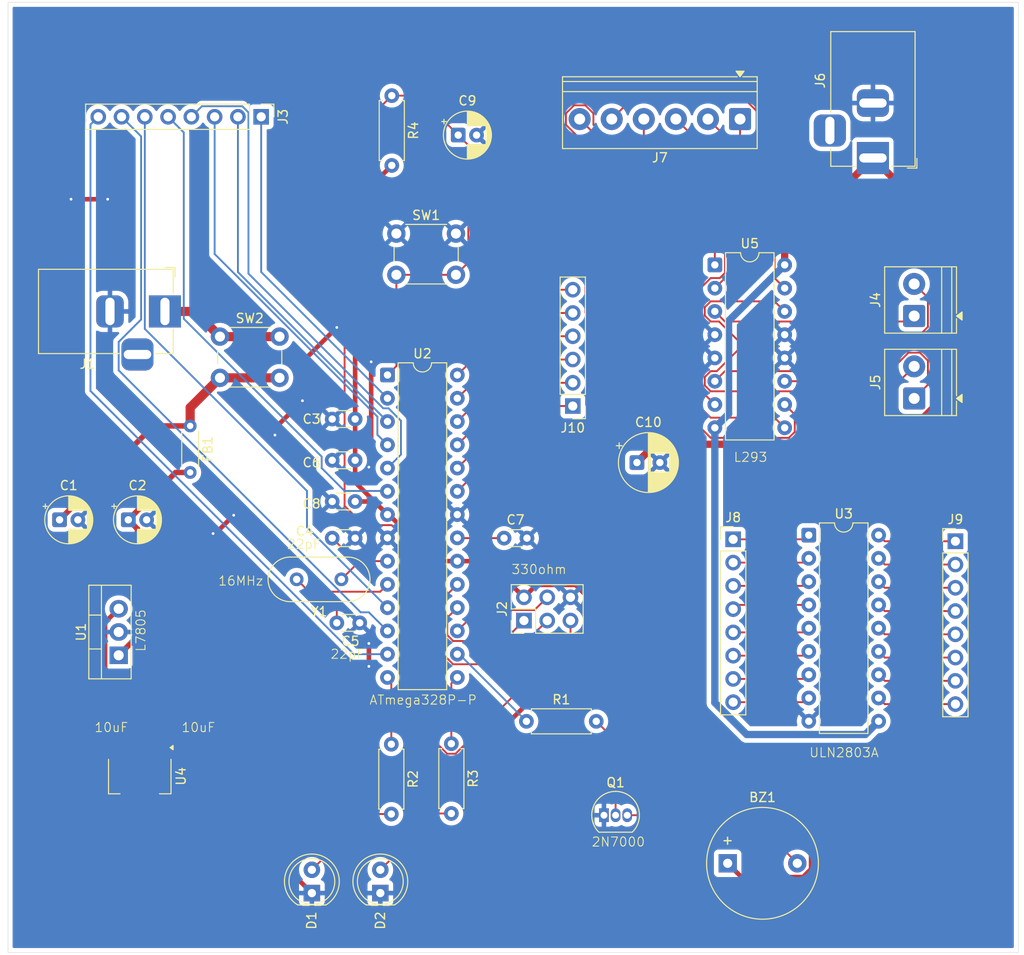
<source format=kicad_pcb>
(kicad_pcb (version 20241229) (generator "pcbnew") (generator_version "9.0")
  (layers (0 "F.Cu" signal) (2 "B.Cu" signal) (13 "F.Paste" user) (15 "B.Paste" user) (5 "F.SilkS" user "F.Silkscreen") (7 "B.SilkS" user "B.Silkscreen") (1 "F.Mask" user) (3 "B.Mask" user) (25 "Edge.Cuts" user))
  (net 0 "")
  (net 1 "GND")
  (net 2 "V_Motor")
  (net 3 "+5V")
  (net 4 "Net-(U2-XTAL1{slash}PB6)")
  (net 5 "Net-(U2-XTAL2{slash}PB7)")
  (net 6 "Net-(U2-AREF)")
  (net 7 "Net-(D1-A)")
  (net 8 "Net-(C1-Pad1)")
  (net 9 "Net-(U1-IN)")
  (net 10 "Reset")
  (net 11 "Net-(J1-Pad1)")
  (net 12 "Net-(BZ1--)")
  (net 13 "Net-(D2-A)")
  (net 14 "MOSI")
  (net 15 "SCK")
  (net 16 "MISO")
  (net 17 "Net-(J3-Pin_1)")
  (net 18 "Net-(J3-Pin_7)")
  (net 19 "Net-(J3-Pin_5)")
  (net 20 "Net-(J3-Pin_6)")
  (net 21 "Net-(J3-Pin_2)")
  (net 22 "Net-(J3-Pin_4)")
  (net 23 "Net-(J3-Pin_8)")
  (net 24 "Net-(J3-Pin_3)")
  (net 25 "Net-(J4-Pin_2)")
  (net 26 "Net-(J5-Pin_2)")
  (net 27 "Net-(J7-Pin_2)")
  (net 28 "Net-(J7-Pin_1)")
  (net 29 "Net-(J4-Pin_1)")
  (net 30 "Net-(J5-Pin_1)")
  (net 31 "Net-(J8-Pin_3)")
  (net 32 "Net-(J8-Pin_7)")
  (net 33 "Net-(J8-Pin_8)")
  (net 34 "Net-(J8-Pin_4)")
  (net 35 "Net-(J8-Pin_1)")
  (net 36 "Net-(J8-Pin_6)")
  (net 37 "Net-(J8-Pin_5)")
  (net 38 "Net-(J8-Pin_2)")
  (net 39 "Net-(J9-Pin_5)")
  (net 40 "Net-(J9-Pin_4)")
  (net 41 "Net-(J9-Pin_6)")
  (net 42 "Net-(J9-Pin_7)")
  (net 43 "Net-(J9-Pin_3)")
  (net 44 "Net-(J9-Pin_1)")
  (net 45 "Net-(J9-Pin_8)")
  (net 46 "Net-(J9-Pin_2)")
  (net 47 "Net-(J10-Pin_1)")
  (net 48 "Net-(J10-Pin_2)")
  (net 49 "Net-(J10-Pin_6)")
  (net 50 "Net-(J10-Pin_3)")
  (net 51 "Net-(J10-Pin_5)")
  (net 52 "Net-(J10-Pin_4)")
  (net 53 "Net-(Q1-G)")
  (net 54 "PWM1")
  (net 55 "GPIO_FLAG_1")
  (net 56 "GPIO_FLAG_2")
  (net 57 "+3V3")
  (net 58 "Net-(J7-Pin_5)")
  (net 59 "Net-(J7-Pin_3)")
  (net 60 "Net-(J7-Pin_6)")
  (net 61 "Net-(J7-Pin_4)")
  (footprint "TerminalBlock_Phoenix:TerminalBlock_Phoenix_PT-1,5-2-3.5-H_1x02_P3.50mm_Horizontal" (layer "F.Cu") (at 191.5 83.5 90)
    (property "Reference" "J5")
    (property "Value" "Screw_Terminal_01x02")
  )
  (footprint "Capacitor_THT:C_Disc_D3.0mm_W1.6mm_P2.50mm" (layer "F.Cu") (at 130.5 90.25 180)
    (property "Reference" "C6")
    (property "Value" "0.1u")
  )
  (footprint "Capacitor_THT:CP_Radial_D5.0mm_P2.00mm" (layer "F.Cu") (at 98.25 96.75)
    (property "Reference" "C1")
    (property "Value" "1u")
  )
  (footprint "Connector_PinHeader_2.54mm:PinHeader_1x08_P2.54mm_Vertical" (layer "F.Cu") (at 196 99.09)
    (property "Reference" "J9")
    (property "Value" "Conn_01x08")
  )
  (footprint "Crystal:Crystal_HC49-U_Vertical" (layer "F.Cu") (at 129 103.25 180)
    (property "Reference" "Y1")
    (property "Value" "16MHz")
  )
  (footprint "Package_TO_SOT_SMD:SOT-223-3_TabPin2" (layer "F.Cu") (at 107 124.75 -90)
    (property "Reference" "U4")
    (property "Value" "AMS1117-3.3")
  )
  (footprint "Connector_PinHeader_2.54mm:PinHeader_2x03_P2.54mm_Vertical" (layer "F.Cu") (at 148.92 107.75 90)
    (property "Reference" "J2")
    (property "Value" "Conn_02x03_Odd_Even")
  )
  (footprint "Package_TO_SOT_THT:TO-220-3_Vertical" (layer "F.Cu") (at 104.7 111.54 90)
    (property "Reference" "U1")
    (property "Value" "L7805")
  )
  (footprint "Button_Switch_THT:SW_PUSH_6mm" (layer "F.Cu") (at 115.75 76.75)
    (property "Reference" "SW2")
    (property "Value" "SW_Push")
  )
  (footprint "Capacitor_THT:CP_Radial_D5.0mm_P2.00mm" (layer "F.Cu") (at 141.75 54.75)
    (property "Reference" "C9")
    (property "Value" "1u")
  )
  (footprint "Capacitor_THT:C_Disc_D3.0mm_W1.6mm_P2.50mm" (layer "F.Cu") (at 130.5 94.75 180)
    (property "Reference" "C8")
    (property "Value" "0.1u")
  )
  (footprint "Resistor_THT:R_Axial_DIN0207_L6.3mm_D2.5mm_P7.62mm_Horizontal" (layer "F.Cu") (at 134.5 50.44 -90)
    (property "Reference" "R4")
    (property "Value" "10k")
  )
  (footprint "Package_TO_SOT_THT:TO-92_Inline" (layer "F.Cu") (at 157.65 129)
    (property "Reference" "Q1")
    (property "Value" "2N7000")
  )
  (footprint "Resistor_THT:R_Axial_DIN0207_L6.3mm_D2.5mm_P7.62mm_Horizontal" (layer "F.Cu") (at 134.45 121.25 -90)
    (property "Reference" "R2")
    (property "Value" "330")
  )
  (footprint "Connector_BarrelJack:BarrelJack_Horizontal" (layer "F.Cu") (at 109.75 74)
    (property "Reference" "J1")
    (property "Value" "Barrel_Jack")
  )
  (footprint "Package_DIP:DIP-28_W7.62mm" (layer "F.Cu") (at 134.03 80.94)
    (property "Reference" "U2")
    (property "Value" "ATmega328P-P")
  )
  (footprint "Connector_BarrelJack:BarrelJack_Horizontal" (layer "F.Cu") (at 187 57.25 -90)
    (property "Reference" "J6")
    (property "Value" "Barrel_Jack")
  )
  (footprint "Connector_PinHeader_2.54mm:PinHeader_1x08_P2.54mm_Vertical" (layer "F.Cu") (at 171.75 98.88)
    (property "Reference" "J8")
    (property "Value" "Conn_01x08")
  )
  (footprint "Capacitor_THT:C_Disc_D3.0mm_W1.6mm_P2.50mm" (layer "F.Cu") (at 130.5 85.75 180)
    (property "Reference" "C3")
    (property "Value" "0.1u")
  )
  (footprint "TerminalBlock_Phoenix:TerminalBlock_Phoenix_PT-1,5-6-3.5-H_1x06_P3.50mm_Horizontal" (layer "F.Cu") (at 172.5 53 180)
    (property "Reference" "J7")
    (property "Value" "Screw_Terminal_01x06")
  )
  (footprint "Capacitor_THT:C_Disc_D3.0mm_W1.6mm_P2.50mm" (layer "F.Cu") (at 128 98.75)
    (property "Reference" "C4")
    (property "Value" "22p")
  )
  (footprint "Connector_PinHeader_2.54mm:PinHeader_1x08_P2.54mm_Vertical" (layer "F.Cu") (at 120.25 52.75 -90)
    (property "Reference" "J3")
    (property "Value" "Conn_01x08")
  )
  (footprint "Resistor_THT:R_Axial_DIN0207_L6.3mm_D2.5mm_P7.62mm_Horizontal" (layer "F.Cu") (at 149.19 118.75)
    (property "Reference" "R1")
    (property "Value" "10k")
  )
  (footprint "Button_Switch_THT:SW_PUSH_6mm" (layer "F.Cu") (at 135 65.5)
    (property "Reference" "SW1")
    (property "Value" "SW_Push")
  )
  (footprint "Buzzer_Beeper:Buzzer_12x9.5RM7.6" (layer "F.Cu") (at 171.15 134.25)
    (property "Reference" "BZ1")
    (property "Value" "Buzzer")
  )
  (footprint "Resistor_THT:R_Axial_DIN0207_L6.3mm_D2.5mm_P7.62mm_Horizontal" (layer "F.Cu") (at 141 121.19 -90)
    (property "Reference" "R3")
    (property "Value" "330")
  )
  (footprint "LED_THT:LED_D5.0mm" (layer "F.Cu") (at 133.25 137.5 90)
    (property "Reference" "D2")
    (property "Value" "LED")
  )
  (footprint "Capacitor_THT:CP_Radial_D5.0mm_P2.00mm" (layer "F.Cu") (at 105.75 96.75)
    (property "Reference" "C2")
    (property "Value" "1u")
  )
  (footprint "Capacitor_THT:C_Disc_D3.0mm_W1.6mm_P2.50mm" (layer "F.Cu") (at 131 108 180)
    (property "Reference" "C5")
    (property "Value" "22p")
  )
  (footprint "Resistor_THT:R_Axial_DIN0204_L3.6mm_D1.6mm_P5.08mm_Horizontal" (layer "F.Cu") (at 112.5 86.5 -90)
    (property "Reference" "FB1")
    (property "Value" "FerriteBead")
  )
  (footprint "Package_DIP:DIP-16_W7.62mm" (layer "F.Cu") (at 169.75 68.92)
    (property "Reference" "U5")
    (property "Value" "L293")
  )
  (footprint "LED_THT:LED_D5.0mm" (layer "F.Cu") (at 125.78 137.5 90)
    (property "Reference" "D1")
    (property "Value" "LED")
  )
  (footprint "Connector_PinHeader_2.54mm:PinHeader_1x06_P2.54mm_Vertical" (layer "F.Cu") (at 154.25 84.33 180)
    (property "Reference" "J10")
    (property "Value" "Conn_01x06")
  )
  (footprint "Capacitor_THT:CP_Radial_D6.3mm_P2.50mm" (layer "F.Cu") (at 161.25 90.5)
    (property "Reference" "C10")
    (property "Value" "100u")
  )
  (footprint "TerminalBlock_Phoenix:TerminalBlock_Phoenix_PT-1,5-2-3.5-H_1x02_P3.50mm_Horizontal" (layer "F.Cu") (at 191.5 74.5 90)
    (property "Reference" "J4")
    (property "Value" "Screw_Terminal_01x02")
  )
  (footprint "Capacitor_THT:C_Disc_D3.0mm_W1.6mm_P2.50mm" (layer "F.Cu") (at 149.25 98.75 180)
    (property "Reference" "C7")
    (property "Value" "0.1u")
  )
  (footprint "Package_DIP:DIP-18_W7.62mm" (layer "F.Cu") (at 180 98.42)
    (property "Reference" "U3")
    (property "Value" "ULN2803A")
  )
  (gr_rect (start 92.625 40.25) (end 202.875 144) (stroke (width 0.05)) (fill no) (layer "Edge.Cuts"))
  (gr_text "22pF\n" (at 123 100 0) (layer "F.SilkS") (effects (font (size 1 1) (thickness 0.1)) (justify left bottom)))
  (gr_text "330ohm" (at 147.5 102.75 0) (layer "F.SilkS") (effects (font (size 1 1) (thickness 0.1)) (justify left bottom)))
  (gr_text "2N7000" (at 156.25 132.5 0) (layer "F.SilkS") (effects (font (size 1 1) (thickness 0.1)) (justify left bottom)))
  (gr_text "ULN2803A\n" (at 180 122.75 0) (layer "F.SilkS") (effects (font (size 1 1) (thickness 0.1)) (justify left bottom)))
  (gr_text "16MHz\n" (at 115.5 104 0) (layer "F.SilkS") (effects (font (size 1 1) (thickness 0.1)) (justify left bottom)))
  (gr_text "22pF\n" (at 127.75 112 0) (layer "F.SilkS") (effects (font (size 1 1) (thickness 0.1)) (justify left bottom)))
  (gr_text "10uF" (at 111.5 120 0) (layer "F.SilkS") (effects (font (size 1 1) (thickness 0.1)) (justify left bottom)))
  (gr_text "L293" (at 171.75 90.5 0) (layer "F.SilkS") (effects (font (size 1 1) (thickness 0.1)) (justify left bottom)))
  (gr_text "ATmega328P-P" (at 132 117 0) (layer "F.SilkS") (effects (font (size 1 1) (thickness 0.1)) (justify left bottom)))
  (gr_text "L7805" (at 107.7 111.21 90) (layer "F.SilkS") (effects (font (size 1 1) (thickness 0.1)) (justify left bottom)))
  (gr_text "10uF" (at 102 120 0) (layer "F.SilkS") (effects (font (size 1 1) (thickness 0.1)) (justify left bottom)))
  (segment (start 121.75 87.5) (end 121.75 86.75) (width 0.5) (layer "F.Cu") (net 1))
  (segment (start 121.75 86.75) (end 124.75 83.75) (width 0.5) (layer "F.Cu") (net 1))
  (segment (start 132 91) (end 132.25 90.75) (width 0.5) (layer "F.Cu") (net 1))
  (segment (start 115 98.25) (end 115.25 98.25) (width 0.5) (layer "F.Cu") (net 1))
  (segment (start 124.75 83.75) (end 124.75 79.5) (width 0.5) (layer "F.Cu") (net 1))
  (segment (start 99.5 61.75) (end 103.5 61.75) (width 0.5) (layer "F.Cu") (net 1))
  (segment (start 109.88 121.6) (end 125.78 137.5) (width 0.5) (layer "F.Cu") (net 1))
  (segment (start 109.3 121.6) (end 109.88 121.6) (width 0.5) (layer "F.Cu") (net 1))
  (segment (start 132 110.25) (end 132 112.75) (width 0.5) (layer "F.Cu") (net 1))
  (segment (start 132.25 90.75) (end 132.25 79.5) (width 0.5) (layer "F.Cu") (net 1))
  (segment (start 115.25 98.25) (end 117.25 96.25) (width 0.5) (layer "F.Cu") (net 1))
  (segment (start 124.75 79.5) (end 128.5 75.75) (width 0.5) (layer "F.Cu") (net 1))
  (via (at 128.5 75.75) (size 0.6) (drill 0.3) (layers "F.Cu" "B.Cu") (net 1))
  (via (at 132 91) (size 0.6) (drill 0.3) (layers "F.Cu" "B.Cu") (net 1))
  (via (at 121.75 87.5) (size 0.6) (drill 0.3) (layers "F.Cu" "B.Cu") (net 1))
  (via (at 103.5 61.75) (size 0.6) (drill 0.3) (layers "F.Cu" "B.Cu") (net 1))
  (via (at 115 98.25) (size 0.6) (drill 0.3) (layers "F.Cu" "B.Cu") (net 1))
  (via (at 117.25 96.25) (size 0.6) (drill 0.3) (layers "F.Cu" "B.Cu") (net 1))
  (via (at 132.25 79.5) (size 0.6) (drill 0.3) (layers "F.Cu" "B.Cu") (net 1))
  (via (at 132 112.75) (size 0.6) (drill 0.3) (layers "F.Cu" "B.Cu") (net 1))
  (via (at 132 110.25) (size 0.6) (drill 0.3) (layers "F.Cu" "B.Cu") (net 1))
  (via (at 124.75 83.75) (size 0.6) (drill 0.3) (layers "F.Cu" "B.Cu") (net 1))
  (via (at 99.5 61.75) (size 0.6) (drill 0.3) (layers "F.Cu" "B.Cu") (net 1))
  (segment (start 163.248 88.502) (end 189.608424 88.502) (width 0.8) (layer "F.Cu") (net 2))
  (segment (start 161.25 90.5) (end 163.248 88.502) (width 0.8) (layer "F.Cu") (net 2))
  (segment (start 187 57.25) (end 177.37 66.88) (width 0.8) (layer "F.Cu") (net 2))
  (segment (start 189.608424 88.502) (end 193.702 84.408424) (width 0.8) (layer "F.Cu") (net 2))
  (segment (start 193.702 84.408424) (end 193.702 63.952) (width 0.8) (layer "F.Cu") (net 2))
  (segment (start 193.702 63.952) (end 187 57.25) (width 0.8) (layer "F.Cu") (net 2))
  (segment (start 177.37 66.88) (end 177.37 68.92) (width 0.8) (layer "F.Cu") (net 2))
  (segment (start 171.25 85.2) (end 171.25 75.04) (width 0.8) (layer "B.Cu") (net 2))
  (segment (start 169.75 86.7) (end 171.25 85.2) (width 0.8) (layer "B.Cu") (net 2))
  (segment (start 169.75 116.712024) (end 169.75 86.7) (width 0.8) (layer "B.Cu") (net 2))
  (segment (start 173.228976 120.191) (end 169.75 116.712024) (width 0.8) (layer "B.Cu") (net 2))
  (segment (start 187.62 118.74) (end 186.169 120.191) (width 0.8) (layer "B.Cu") (net 2))
  (segment (start 171.25 75.04) (end 177.37 68.92) (width 0.8) (layer "B.Cu") (net 2))
  (segment (start 186.169 120.191) (end 173.228976 120.191) (width 0.8) (layer "B.Cu") (net 2))
  (segment (start 130.5 92.65) (end 132.6 94.75) (width 0.5) (layer "F.Cu") (net 3))
  (segment (start 154.559603 103.859) (end 150.271 103.859) (width 0.5) (layer "F.Cu") (net 3))
  (segment (start 144.97 101.26) (end 141.65 101.26) (width 0.5) (layer "F.Cu") (net 3))
  (segment (start 103.199 120.099) (end 104.7 121.6) (width 0.5) (layer "F.Cu") (net 3))
  (segment (start 134.03 96.18) (end 134.18 96.18) (width 0.5) (layer "F.Cu") (net 3))
  (segment (start 113.0975 122.892) (end 143.208108 122.892) (width 0.5) (layer "F.Cu") (net 3))
  (segment (start 103.199 107.961) (end 103.199 120.099) (width 0.5) (layer "F.Cu") (net 3))
  (segment (start 130.5 85.75) (end 130.5 90.25) (width 0.5) (layer "F.Cu") (net 3))
  (segment (start 180.251 134.871735) (end 180.251 129.550397) (width 0.5) (layer "F.Cu") (net 3))
  (segment (start 130.5 62.06) (end 130.5 85.75) (width 0.5) (layer "F.Cu") (net 3))
  (segment (start 150.271 103.859) (end 148.92 105.21) (width 0.5) (layer "F.Cu") (net 3))
  (segment (start 143.208108 122.892) (end 156.575409 109.524699) (width 0.5) (layer "F.Cu") (net 3))
  (segment (start 132.6 94.75) (end 134.03 96.18) (width 0.5) (layer "F.Cu") (net 3))
  (segment (start 130.5 90.25) (end 130.5 92.65) (width 0.5) (layer "F.Cu") (net 3))
  (segment (start 103.199 107.961) (end 103.199 112.9935) (width 0.5) (layer "F.Cu") (net 3))
  (segment (start 156.575409 109.524699) (end 160.225301 109.524699) (width 0.5) (layer "F.Cu") (net 3))
  (segment (start 179.371735 135.751) (end 180.251 134.871735) (width 0.5) (layer "F.Cu") (net 3))
  (segment (start 130.5 94.75) (end 132.6 94.75) (width 0.5) (layer "F.Cu") (net 3))
  (segment (start 148.92 105.21) (end 144.97 101.26) (width 0.5) (layer "F.Cu") (net 3))
  (segment (start 139.26 101.26) (end 141.65 101.26) (width 0.5) (layer "F.Cu") (net 3))
  (segment (start 104.7 106.46) (end 103.199 107.961) (width 0.5) (layer "F.Cu") (net 3))
  (segment (start 160.225301 109.524699) (end 154.559603 103.859) (width 0.5) (layer "F.Cu") (net 3))
  (segment (start 103.199 112.9935) (end 113.0975 122.892) (width 0.5) (layer "F.Cu") (net 3))
  (segment (start 172.651 135.751) (end 179.371735 135.751) (width 0.5) (layer "F.Cu") (net 3))
  (segment (start 171.15 134.25) (end 172.651 135.751) (width 0.5) (layer "F.Cu") (net 3))
  (segment (start 134.5 58.06) (end 130.5 62.06) (width 0.5) (layer "F.Cu") (net 3))
  (segment (start 180.251 129.550397) (end 160.225301 109.524699) (width 0.5) (layer "F.Cu") (net 3))
  (segment (start 134.18 96.18) (end 139.26 101.26) (width 0.5) (layer "F.Cu") (net 3))
  (segment (start 134.03 101.26) (end 130.99 101.26) (width 0.2) (layer "F.Cu") (net 4))
  (segment (start 130.51 101.26) (end 130.99 101.26) (width 0.2) (layer "F.Cu") (net 4))
  (segment (start 130.99 101.26) (end 129 103.25) (width 0.2) (layer "F.Cu") (net 4))
  (segment (start 128 98.75) (end 130.51 101.26) (width 0.2) (layer "F.Cu") (net 4))
  (segment (start 127.25 104.599999) (end 125.469999 104.599999) (width 0.2) (layer "F.Cu") (net 5))
  (segment (start 125.469999 104.599999) (end 124.12 103.25) (width 0.2) (layer "F.Cu") (net 5))
  (segment (start 133.230001 104.599999) (end 127.25 104.599999) (width 0.2) (layer "F.Cu") (net 5))
  (segment (start 128.5 105.849999) (end 127.25 104.599999) (width 0.2) (layer "F.Cu") (net 5))
  (segment (start 134.03 103.8) (end 133.230001 104.599999) (width 0.2) (layer "F.Cu") (net 5))
  (segment (start 128.5 108) (end 128.5 105.849999) (width 0.2) (layer "F.Cu") (net 5))
  (segment (start 141.68 98.75) (end 141.65 98.72) (width 0.2) (layer "F.Cu") (net 6))
  (segment (start 146.75 98.75) (end 141.68 98.75) (width 0.2) (layer "F.Cu") (net 6))
  (segment (start 146.75 98.75) (end 146.5 98.75) (width 0.2) (layer "F.Cu") (net 6))
  (segment (start 146.5 98.75) (end 146.47 98.72) (width 0.2) (layer "F.Cu") (net 6))
  (segment (start 134.45 128.87) (end 131.87 128.87) (width 0.2) (layer "F.Cu") (net 7))
  (segment (start 131.87 128.87) (end 125.78 134.96) (width 0.2) (layer "F.Cu") (net 7))
  (segment (start 115.75 81.25) (end 112.5 84.5) (width 1) (layer "F.Cu") (net 8))
  (segment (start 122.25 81.25) (end 115.75 81.25) (width 1) (layer "F.Cu") (net 8))
  (segment (start 112.5 84.5) (end 112.5 86.5) (width 1) (layer "F.Cu") (net 8))
  (segment (start 98.25 96.75) (end 108.5 86.5) (width 0.6) (layer "F.Cu") (net 8))
  (segment (start 108.5 86.5) (end 112.5 86.5) (width 0.6) (layer "F.Cu") (net 8))
  (segment (start 110.92 91.58) (end 105.75 96.75) (width 0.6) (layer "F.Cu") (net 9))
  (segment (start 106.75 97.75) (end 106.75 109.49) (width 0.6) (layer "F.Cu") (net 9))
  (segment (start 112.5 91.58) (end 110.92 91.58) (width 0.6) (layer "F.Cu") (net 9))
  (segment (start 105.75 96.75) (end 106.75 97.75) (width 0.6) (layer "F.Cu") (net 9))
  (segment (start 106.75 109.49) (end 104.7 111.54) (width 0.6) (layer "F.Cu") (net 9))
  (segment (start 139.011058 120.758108) (end 139.011058 101.861) (width 0.2) (layer "F.Cu") (net 10))
  (segment (start 141.75 54.75) (end 142.851 55.851) (width 0.2) (layer "F.Cu") (net 10))
  (segment (start 140.54395 122.291) (end 139.011058 120.758108) (width 0.2) (layer "F.Cu") (net 10))
  (segment (start 135 79.97) (end 134.03 80.94) (width 0.2) (layer "F.Cu") (net 10))
  (segment (start 135 70) (end 135 79.97) (width 0.2) (layer "F.Cu") (net 10))
  (segment (start 137.44 50.44) (end 141.75 54.75) (width 0.2) (layer "F.Cu") (net 10))
  (segment (start 142.851 68.649) (end 141.5 70) (width 0.2) (layer "F.Cu") (net 10))
  (segment (start 134.5 50.44) (end 137.44 50.44) (width 0.2) (layer "F.Cu") (net 10))
  (segment (start 129.349 95.22676) (end 129.349 55.591) (width 0.2) (layer "F.Cu") (net 10))
  (segment (start 135 70) (end 141.5 70) (width 0.2) (layer "F.Cu") (net 10))
  (segment (start 134.481058 97.331) (end 131.45324 97.331) (width 0.2) (layer "F.Cu") (net 10))
  (segment (start 141.45605 122.291) (end 140.54395 122.291) (width 0.2) (layer "F.Cu") (net 10))
  (segment (start 154 109.74705) (end 141.45605 122.291) (width 0.2) (layer "F.Cu") (net 10))
  (segment (start 131.45324 97.331) (end 129.349 95.22676) (width 0.2) (layer "F.Cu") (net 10))
  (segment (start 129.349 55.591) (end 134.5 50.44) (width 0.2) (layer "F.Cu") (net 10))
  (segment (start 139.011058 101.861) (end 134.481058 97.331) (width 0.2) (layer "F.Cu") (net 10))
  (segment (start 142.851 55.851) (end 142.851 68.649) (width 0.2) (layer "F.Cu") (net 10))
  (segment (start 154 107.75) (end 154 109.74705) (width 0.2) (layer "F.Cu") (net 10))
  (segment (start 115.75 76.75) (end 122.25 76.75) (width 1) (layer "F.Cu") (net 11))
  (segment (start 109.75 74) (end 113 74) (width 1) (layer "F.Cu") (net 11))
  (segment (start 113 74) (end 115.75 76.75) (width 1) (layer "F.Cu") (net 11))
  (segment (start 178.75 134.25) (end 173.5 129) (width 0.2) (layer "F.Cu") (net 12))
  (segment (start 173.5 129) (end 160.19 129) (width 0.2) (layer "F.Cu") (net 12))
  (segment (start 141 128.81) (end 139.4 128.81) (width 0.2) (layer "F.Cu") (net 13))
  (segment (start 139.4 128.81) (end 133.25 134.96) (width 0.2) (layer "F.Cu") (net 13))
  (segment (start 150.071 106.599) (end 143.931 106.599) (width 0.2) (layer "F.Cu") (net 14))
  (segment (start 143.931 106.599) (end 141.65 108.88) (width 0.2) (layer "F.Cu") (net 14))
  (segment (start 151.46 105.21) (end 150.071 106.599) (width 0.2) (layer "F.Cu") (net 14))
  (segment (start 141.19395 112.521) (end 140.148 111.47505) (width 0.2) (layer "F.Cu") (net 15))
  (segment (start 140.148 105.302) (end 141.65 103.8) (width 0.2) (layer "F.Cu") (net 15))
  (segment (start 151.46 107.75) (end 146.689 112.521) (width 0.2) (layer "F.Cu") (net 15))
  (segment (start 146.689 112.521) (end 141.19395 112.521) (width 0.2) (layer "F.Cu") (net 15))
  (segment (start 142.051 104.201) (end 141.65 103.8) (width 0.2) (layer "F.Cu") (net 15))
  (segment (start 140.148 111.47505) (end 140.148 105.302) (width 0.2) (layer "F.Cu") (net 15))
  (segment (start 148.92 107.75) (end 146.689 109.981) (width 0.2) (layer "F.Cu") (net 16))
  (segment (start 140.549 109.33605) (end 140.549 107.441) (width 0.2) (layer "F.Cu") (net 16))
  (segment (start 146.689 109.981) (end 141.19395 109.981) (width 0.2) (layer "F.Cu") (net 16))
  (segment (start 141.19395 109.981) (end 140.549 109.33605) (width 0.2) (layer "F.Cu") (net 16))
  (segment (start 140.549 107.441) (end 141.65 106.34) (width 0.2) (layer "F.Cu") (net 16))
  (segment (start 120.25 69.7) (end 134.03 83.48) (width 0.2) (layer "B.Cu") (net 17))
  (segment (start 120.25 52.75) (end 120.25 69.7) (width 0.2) (layer "B.Cu") (net 17))
  (segment (start 107.149 74.880588) (end 104.699 77.330588) (width 0.2) (layer "B.Cu") (net 18))
  (segment (start 104.699 80.435339) (end 131.112661 106.849) (width 0.2) (layer "B.Cu") (net 18))
  (segment (start 131.112661 106.849) (end 131.999 106.849) (width 0.2) (layer "B.Cu") (net 18))
  (segment (start 131.999 106.849) (end 134.03 108.88) (width 0.2) (layer "B.Cu") (net 18))
  (segment (start 105.01 52.75) (end 107.149 54.889) (width 0.2) (layer "B.Cu") (net 18))
  (segment (start 107.149 54.889) (end 107.149 74.880588) (width 0.2) (layer "B.Cu") (net 18))
  (segment (start 104.699 77.330588) (end 104.699 80.435339) (width 0.2) (layer "B.Cu") (net 18))
  (segment (start 129.349 93.599) (end 133.989 93.599) (width 0.2) (layer "B.Cu") (net 19))
  (segment (start 111.801 74.801) (end 126.849 89.849) (width 0.2) (layer "B.Cu") (net 19))
  (segment (start 126.849 91.099) (end 129.349 93.599) (width 0.2) (layer "B.Cu") (net 19))
  (segment (start 133.989 93.599) (end 134.03 93.64) (width 0.2) (layer "B.Cu") (net 19))
  (segment (start 110.09 52.75) (end 111.801 54.461) (width 0.2) (layer "B.Cu") (net 19))
  (segment (start 111.801 54.461) (end 111.801 74.801) (width 0.2) (layer "B.Cu") (net 19))
  (segment (start 126.849 89.849) (end 126.849 91.099) (width 0.2) (layer "B.Cu") (net 19))
  (segment (start 125.247 97.557) (end 134.03 106.34) (width 0.2) (layer "B.Cu") (net 20))
  (segment (start 107.55 75.902) (end 125.247 93.599) (width 0.2) (layer "B.Cu") (net 20))
  (segment (start 107.55 52.75) (end 107.55 75.902) (width 0.2) (layer "B.Cu") (net 20))
  (segment (start 125.247 93.599) (end 125.247 97.557) (width 0.2) (layer "B.Cu") (net 20))
  (segment (start 117.71 52.75) (end 117.71 69.7) (width 0.2) (layer "B.Cu") (net 21))
  (segment (start 117.71 69.7) (end 134.03 86.02) (width 0.2) (layer "B.Cu") (net 21))
  (segment (start 133.57395 84.581) (end 134.14805 84.581) (width 0.2) (layer "B.Cu") (net 22))
  (segment (start 118.861 69.86805) (end 133.57395 84.581) (width 0.2) (layer "B.Cu") (net 22))
  (segment (start 118.18676 51.599) (end 118.861 52.27324) (width 0.2) (layer "B.Cu") (net 22))
  (segment (start 112.63 52.75) (end 113.781 51.599) (width 0.2) (layer "B.Cu") (net 22))
  (segment (start 135.5 85.93295) (end 135.5 89.63) (width 0.2) (layer "B.Cu") (net 22))
  (segment (start 118.861 52.27324) (end 118.861 69.86805) (width 0.2) (layer "B.Cu") (net 22))
  (segment (start 134.14805 84.581) (end 135.5 85.93295) (width 0.2) (layer "B.Cu") (net 22))
  (segment (start 113.781 51.599) (end 118.18676 51.599) (width 0.2) (layer "B.Cu") (net 22))
  (segment (start 135.5 89.63) (end 134.03 91.1) (width 0.2) (layer "B.Cu") (net 22))
  (segment (start 130.36295 111.42) (end 134.03 111.42) (width 0.2) (layer "B.Cu") (net 23))
  (segment (start 101.62 53.6) (end 101.62 82.67705) (width 0.2) (layer "B.Cu") (net 23))
  (segment (start 101.62 82.67705) (end 130.36295 111.42) (width 0.2) (layer "B.Cu") (net 23))
  (segment (start 102.47 52.75) (end 101.62 53.6) (width 0.2) (layer "B.Cu") (net 23))
  (segment (start 115.17 67.7271) (end 132.929 85.4861) (width 0.2) (layer "B.Cu") (net 24))
  (segment (start 132.929 87.459) (end 134.03 88.56) (width 0.2) (layer "B.Cu") (net 24))
  (segment (start 115.17 52.75) (end 115.17 67.7271) (width 0.2) (layer "B.Cu") (net 24))
  (segment (start 132.929 85.4861) (end 132.929 87.459) (width 0.2) (layer "B.Cu") (net 24))
  (segment (start 188.16716 80.519) (end 193.001 75.68516) (width 0.2) (layer "F.Cu") (net 25))
  (segment (start 169.75 81.62) (end 170.851 80.519) (width 0.2) (layer "F.Cu") (net 25))
  (segment (start 170.851 80.519) (end 188.16716 80.519) (width 0.2) (layer "F.Cu") (net 25))
  (segment (start 193.001 72.501) (end 191.5 71) (width 0.2) (layer "F.Cu") (net 25))
  (segment (start 193.001 75.68516) (end 193.001 72.501) (width 0.2) (layer "F.Cu") (net 25))
  (segment (start 170.20605 75.101) (end 172.79605 77.691) (width 0.2) (layer "F.Cu") (net 26))
  (segment (start 168.649 81.16395) (end 168.649 82.07605) (width 0.2) (layer "F.Cu") (net 26))
  (segment (start 176.269 72.899) (end 169.29395 72.899) (width 0.2) (layer "F.Cu") (net 26))
  (segment (start 168.649 74.45605) (end 169.29395 75.101) (width 0.2) (layer "F.Cu") (net 26))
  (segment (start 168.649 73.54395) (end 168.649 74.45605) (width 0.2) (layer "F.Cu") (net 26))
  (segment (start 169.96805 80.519) (end 169.29395 80.519) (width 0.2) (layer "F.Cu") (net 26))
  (segment (start 169.29395 82.721) (end 188.779 82.721) (width 0.2) (layer "F.Cu") (net 26))
  (segment (start 188.779 82.721) (end 191.5 80) (width 0.2) (layer "F.Cu") (net 26))
  (segment (start 169.29395 72.899) (end 168.649 73.54395) (width 0.2) (layer "F.Cu") (net 26))
  (segment (start 168.649 82.07605) (end 169.29395 82.721) (width 0.2) (layer "F.Cu") (net 26))
  (segment (start 169.29395 80.519) (end 168.649 81.16395) (width 0.2) (layer "F.Cu") (net 26))
  (segment (start 177.37 74) (end 176.269 72.899) (width 0.2) (layer "F.Cu") (net 26))
  (segment (start 169.29395 75.101) (end 170.20605 75.101) (width 0.2) (layer "F.Cu") (net 26))
  (segment (start 172.79605 77.691) (end 169.96805 80.519) (width 0.2) (layer "F.Cu") (net 26))
  (segment (start 168.248 82.658) (end 169.75 84.16) (width 0.2) (layer "F.Cu") (net 27))
  (segment (start 170.851 69.7919) (end 170.2839 70.359) (width 0.2) (layer "F.Cu") (net 27))
  (segment (start 168.248 71.40495) (end 168.248 82.658) (width 0.2) (layer "F.Cu") (net 27))
  (segment (start 170.851 54.851) (end 170.851 69.7919) (width 0.2) (layer "F.Cu") (net 27))
  (segment (start 169.29395 70.359) (end 168.248 71.40495) (width 0.2) (layer "F.Cu") (net 27))
  (segment (start 169 53) (end 170.851 54.851) (width 0.2) (layer "F.Cu") (net 27))
  (segment (start 170.2839 70.359) (end 169.29395 70.359) (width 0.2) (layer "F.Cu") (net 27))
  (segment (start 172.5 68.71) (end 172.5 53) (width 0.2) (layer "F.Cu") (net 28))
  (segment (start 169.75 71.46) (end 172.5 68.71) (width 0.2) (layer "F.Cu") (net 28))
  (segment (start 169.75 74) (end 170.851 75.101) (width 0.2) (layer "F.Cu") (net 29))
  (segment (start 190.899 75.101) (end 191.5 74.5) (width 0.2) (layer "F.Cu") (net 29))
  (segment (start 170.851 75.101) (end 190.899 75.101) (width 0.2) (layer "F.Cu") (net 29))
  (segment (start 193.001 79.378265) (end 192.121735 78.499) (width 0.2) (layer "F.Cu") (net 30))
  (segment (start 192.121735 78.499) (end 190.878265 78.499) (width 0.2) (layer "F.Cu") (net 30))
  (segment (start 190.878265 78.499) (end 187.757265 81.62) (width 0.2) (layer "F.Cu") (net 30))
  (segment (start 187.757265 81.62) (end 177.37 81.62) (width 0.2) (layer "F.Cu") (net 30))
  (segment (start 193.001 81.999) (end 193.001 79.378265) (width 0.2) (layer "F.Cu") (net 30))
  (segment (start 191.5 83.5) (end 193.001 81.999) (width 0.2) (layer "F.Cu") (net 30))
  (segment (start 171.75 103.96) (end 179.54 103.96) (width 0.2) (layer "F.Cu") (net 31))
  (segment (start 179.54 103.96) (end 180 103.5) (width 0.2) (layer "F.Cu") (net 31))
  (segment (start 171.75 114.12) (end 179.54 114.12) (width 0.2) (layer "F.Cu") (net 32))
  (segment (start 179.54 114.12) (end 180 113.66) (width 0.2) (layer "F.Cu") (net 32))
  (segment (start 179.54 116.66) (end 180 116.2) (width 0.2) (layer "F.Cu") (net 33))
  (segment (start 171.75 116.66) (end 179.54 116.66) (width 0.2) (layer "F.Cu") (net 33))
  (segment (start 171.75 106.5) (end 172 106.5) (width 0.2) (layer "F.Cu") (net 34))
  (segment (start 172.46 106.04) (end 180 106.04) (width 0.2) (layer "F.Cu") (net 34))
  (segment (start 172 106.5) (end 172.46 106.04) (width 0.2) (layer "F.Cu") (net 34))
  (segment (start 179.54 98.88) (end 180 98.42) (width 0.2) (layer "F.Cu") (net 35))
  (segment (start 171.75 98.88) (end 179.54 98.88) (width 0.2) (layer "F.Cu") (net 35))
  (segment (start 179.54 111.58) (end 180 111.12) (width 0.2) (layer "F.Cu") (net 36))
  (segment (start 171.75 111.58) (end 179.54 111.58) (width 0.2) (layer "F.Cu") (net 36))
  (segment (start 179.54 109.04) (end 180 108.58) (width 0.2) (layer "F.Cu") (net 37))
  (segment (start 171.75 109.04) (end 179.54 109.04) (width 0.2) (layer "F.Cu") (net 37))
  (segment (start 171.75 101.42) (end 179.54 101.42) (width 0.2) (layer "F.Cu") (net 38))
  (segment (start 179.54 101.42) (end 180 100.96) (width 0.2) (layer "F.Cu") (net 38))
  (segment (start 188.29 109.25) (end 187.62 108.58) (width 0.2) (layer "F.Cu") (net 39))
  (segment (start 196 109.25) (end 188.29 109.25) (width 0.2) (layer "F.Cu") (net 39))
  (segment (start 188.29 106.71) (end 187.62 106.04) (width 0.2) (layer "F.Cu") (net 40))
  (segment (start 196 106.71) (end 188.29 106.71) (width 0.2) (layer "F.Cu") (net 40))
  (segment (start 188.29 111.79) (end 187.62 111.12) (width 0.2) (layer "F.Cu") (net 41))
  (segment (start 196 111.79) (end 188.29 111.79) (width 0.2) (layer "F.Cu") (net 41))
  (segment (start 196 114.33) (end 188.29 114.33) (width 0.2) (layer "F.Cu") (net 42))
  (segment (start 188.29 114.33) (end 187.62 113.66) (width 0.2) (layer "F.Cu") (net 42))
  (segment (start 196 104.17) (end 188.29 104.17) (width 0.2) (layer "F.Cu") (net 43))
  (segment (start 188.29 104.17) (end 187.62 103.5) (width 0.2) (layer "F.Cu") (net 43))
  (segment (start 188.29 99.09) (end 187.62 98.42) (width 0.2) (layer "F.Cu") (net 44))
  (segment (start 196 99.09) (end 188.29 99.09) (width 0.2) (layer "F.Cu") (net 44))
  (segment (start 188.29 116.87) (end 187.62 116.2) (width 0.2) (layer "F.Cu") (net 45))
  (segment (start 196 116.87) (end 188.29 116.87) (width 0.2) (layer "F.Cu") (net 45))
  (segment (start 188.29 101.63) (end 187.62 100.96) (width 0.2) (layer "F.Cu") (net 46))
  (segment (start 196 101.63) (end 188.29 101.63) (width 0.2) (layer "F.Cu") (net 46))
  (segment (start 154.25 84.33) (end 150.96 84.33) (width 0.2) (layer "F.Cu") (net 47))
  (segment (start 150.96 84.33) (end 141.65 93.64) (width 0.2) (layer "F.Cu") (net 47))
  (segment (start 154.25 81.79) (end 150.96 81.79) (width 0.2) (layer "F.Cu") (net 48))
  (segment (start 150.96 81.79) (end 141.65 91.1) (width 0.2) (layer "F.Cu") (net 48))
  (segment (start 154.25 71.63) (end 150.96 71.63) (width 0.2) (layer "F.Cu") (net 49))
  (segment (start 150.96 71.63) (end 141.65 80.94) (width 0.2) (layer "F.Cu") (net 49))
  (segment (start 150.96 79.25) (end 141.65 88.56) (width 0.2) (layer "F.Cu") (net 50))
  (segment (start 154.25 79.25) (end 150.96 79.25) (width 0.2) (layer "F.Cu") (net 50))
  (segment (start 150.96 74.17) (end 141.65 83.48) (width 0.2) (layer "F.Cu") (net 51))
  (segment (start 154.25 74.17) (end 150.96 74.17) (width 0.2) (layer "F.Cu") (net 51))
  (segment (start 150.96 76.71) (end 141.65 86.02) (width 0.2) (layer "F.Cu") (net 52))
  (segment (start 154.25 76.71) (end 150.96 76.71) (width 0.2) (layer "F.Cu") (net 52))
  (segment (start 158.92 120.86) (end 158.92 129) (width 0.2) (layer "F.Cu") (net 53))
  (segment (start 156.81 118.75) (end 158.92 120.86) (width 0.2) (layer "F.Cu") (net 53))
  (segment (start 149.19 118.75) (end 141.86 111.42) (width 0.2) (layer "B.Cu") (net 54))
  (segment (start 141.86 111.42) (end 141.65 111.42) (width 0.2) (layer "B.Cu") (net 54))
  (segment (start 134.45 114.38) (end 134.03 113.96) (width 0.2) (layer "F.Cu") (net 55))
  (segment (start 134.45 121.25) (end 134.45 114.38) (width 0.2) (layer "F.Cu") (net 55))
  (segment (start 141 121.19) (end 141 114.61) (width 0.2) (layer "F.Cu") (net 56))
  (segment (start 141 114.61) (end 141.65 113.96) (width 0.2) (layer "F.Cu") (net 56))
  (segment (start 107 121.6) (end 107 127.9) (width 0.2) (layer "F.Cu") (net 57))
  (segment (start 177.37 71.46) (end 176.269 70.359) (width 0.2) (layer "F.Cu") (net 58))
  (segment (start 176.269 54.08284) (end 173.28416 51.098) (width 0.2) (layer "F.Cu") (net 58))
  (segment (start 176.269 70.359) (end 176.269 54.08284) (width 0.2) (layer "F.Cu") (net 58))
  (segment (start 173.28416 51.098) (end 160.402 51.098) (width 0.2) (layer "F.Cu") (net 58))
  (segment (start 160.402 51.098) (end 158.5 53) (width 0.2) (layer "F.Cu") (net 58))
  (segment (start 169.75 57.25) (end 165.5 53) (width 0.2) (layer "F.Cu") (net 59))
  (segment (start 169.75 68.92) (end 169.75 57.25) (width 0.2) (layer "F.Cu") (net 59))
  (segment (start 169.29395 85.599) (end 176.269 85.599) (width 0.2) (layer "F.Cu") (net 60))
  (segment (start 176.269 85.599) (end 177.37 86.7) (width 0.2) (layer "F.Cu") (net 60))
  (segment (start 155 53) (end 156.2 54.2) (width 0.2) (layer "F.Cu") (net 60))
  (segment (start 156.2 72.50505) (end 169.29395 85.599) (width 0.2) (layer "F.Cu") (net 60))
  (segment (start 156.2 54.2) (end 156.2 72.50505) (width 0.2) (layer "F.Cu") (net 60))
  (segment (start 178.471 87.15605) (end 178.471 85.261) (width 0.2) (layer "F.Cu") (net 61))
  (segment (start 177.82605 87.801) (end 178.471 87.15605) (width 0.2) (layer "F.Cu") (net 61))
  (segment (start 155.621735 51.499) (end 154.378265 51.499) (width 0.2) (layer "F.Cu") (net 61))
  (segment (start 178.471 85.261) (end 177.37 84.16) (width 0.2) (layer "F.Cu") (net 61))
  (segment (start 169.29395 87.801) (end 177.82605 87.801) (width 0.2) (layer "F.Cu") (net 61))
  (segment (start 162 59.120735) (end 156.501 53.621735) (width 0.2) (layer "F.Cu") (net 61))
  (segment (start 155.621735 74.128785) (end 169.29395 87.801) (width 0.2) (layer "F.Cu") (net 61))
  (segment (start 154.378265 51.499) (end 153.499 52.378265) (width 0.2) (layer "F.Cu") (net 61))
  (segment (start 155.621735 55.74447) (end 155.621735 74.128785) (width 0.2) (layer "F.Cu") (net 61))
  (segment (start 153.499 52.378265) (end 153.499 53.621735) (width 0.2) (layer "F.Cu") (net 61))
  (segment (start 153.499 53.621735) (end 155.621735 55.74447) (width 0.2) (layer "F.Cu") (net 61))
  (segment (start 162 53) (end 162 59.120735) (width 0.2) (layer "F.Cu") (net 61))
  (segment (start 156.501 52.378265) (end 155.621735 51.499) (width 0.2) (layer "F.Cu") (net 61))
  (segment (start 156.501 53.621735) (end 156.501 52.378265) (width 0.2) (layer "F.Cu") (net 61))
  (zone (net 1) (net_name "GND") (layer "B.Cu") (connect_pads (clearance 0.5)) (min_thickness 0.25) (fill yes (thermal_gap 0.5) (thermal_bridge_width 0.5))
    (polygon (pts (xy 91.75 40) (xy 92.75 144.25) (xy 203.5 144) (xy 202.75 40.75)))
  )
)
</source>
